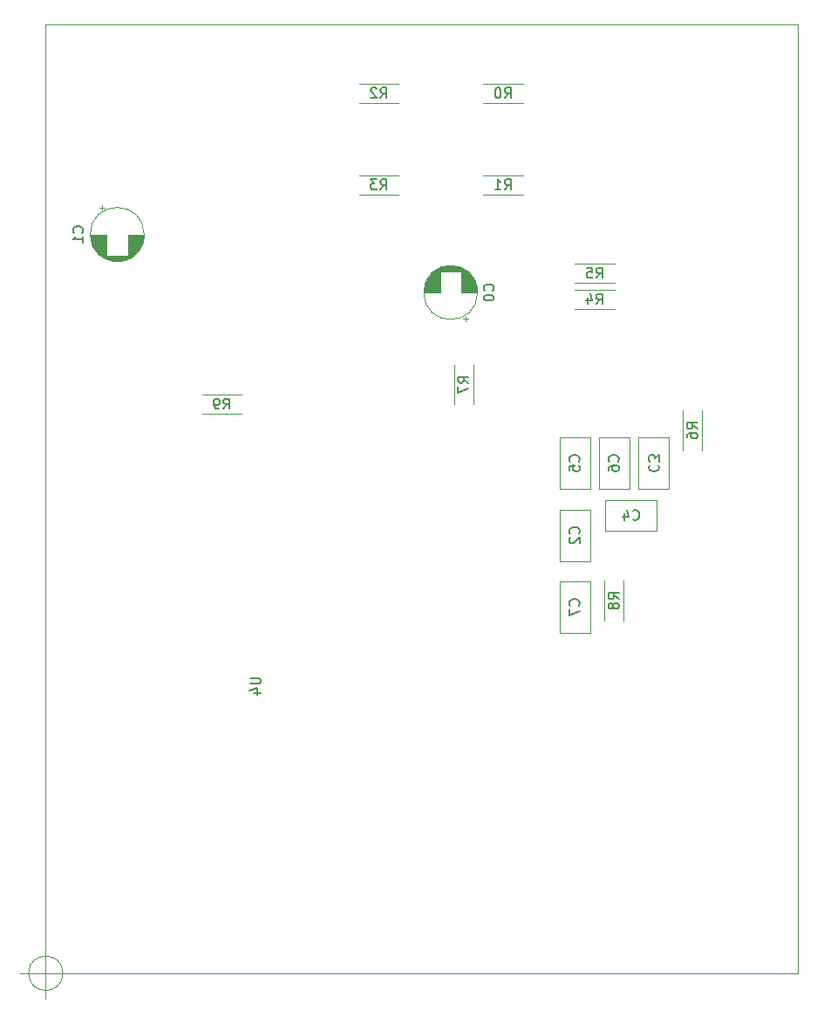
<source format=gbr>
%TF.GenerationSoftware,KiCad,Pcbnew,(6.0.4)*%
%TF.CreationDate,2023-07-19T00:07:21+07:00*%
%TF.ProjectId,05-Prototype-UpdatedComponents,30352d50-726f-4746-9f74-7970652d5570,rev?*%
%TF.SameCoordinates,PX66ff300PY8b3c880*%
%TF.FileFunction,Legend,Bot*%
%TF.FilePolarity,Positive*%
%FSLAX46Y46*%
G04 Gerber Fmt 4.6, Leading zero omitted, Abs format (unit mm)*
G04 Created by KiCad (PCBNEW (6.0.4)) date 2023-07-19 00:07:21*
%MOMM*%
%LPD*%
G01*
G04 APERTURE LIST*
%TA.AperFunction,Profile*%
%ADD10C,0.100000*%
%TD*%
%ADD11C,0.150000*%
%ADD12C,0.120000*%
G04 APERTURE END LIST*
D10*
X1666666Y0D02*
G75*
G03*
X1666666Y0I-1666666J0D01*
G01*
X-2500000Y0D02*
X2500000Y0D01*
X0Y2500000D02*
X0Y-2500000D01*
X0Y92000000D02*
X73000000Y92000000D01*
X73000000Y92000000D02*
X73000000Y0D01*
X73000000Y0D02*
X0Y0D01*
X0Y0D02*
X0Y92000000D01*
D11*
%TO.C,U4*%
X19857380Y28651905D02*
X20666904Y28651905D01*
X20762142Y28604286D01*
X20809761Y28556667D01*
X20857380Y28461429D01*
X20857380Y28270953D01*
X20809761Y28175715D01*
X20762142Y28128096D01*
X20666904Y28080477D01*
X19857380Y28080477D01*
X20190714Y27175715D02*
X20857380Y27175715D01*
X19809761Y27413810D02*
X20524047Y27651905D01*
X20524047Y27032858D01*
%TO.C,R9*%
X17261666Y54742620D02*
X17595000Y55218810D01*
X17833095Y54742620D02*
X17833095Y55742620D01*
X17452142Y55742620D01*
X17356904Y55695000D01*
X17309285Y55647381D01*
X17261666Y55552143D01*
X17261666Y55409286D01*
X17309285Y55314048D01*
X17356904Y55266429D01*
X17452142Y55218810D01*
X17833095Y55218810D01*
X16785476Y54742620D02*
X16595000Y54742620D01*
X16499761Y54790239D01*
X16452142Y54837858D01*
X16356904Y54980715D01*
X16309285Y55171191D01*
X16309285Y55552143D01*
X16356904Y55647381D01*
X16404523Y55695000D01*
X16499761Y55742620D01*
X16690238Y55742620D01*
X16785476Y55695000D01*
X16833095Y55647381D01*
X16880714Y55552143D01*
X16880714Y55314048D01*
X16833095Y55218810D01*
X16785476Y55171191D01*
X16690238Y55123572D01*
X16499761Y55123572D01*
X16404523Y55171191D01*
X16356904Y55218810D01*
X16309285Y55314048D01*
%TO.C,R8*%
X55647380Y36311667D02*
X55171190Y36645000D01*
X55647380Y36883096D02*
X54647380Y36883096D01*
X54647380Y36502143D01*
X54695000Y36406905D01*
X54742619Y36359286D01*
X54837857Y36311667D01*
X54980714Y36311667D01*
X55075952Y36359286D01*
X55123571Y36406905D01*
X55171190Y36502143D01*
X55171190Y36883096D01*
X55075952Y35740239D02*
X55028333Y35835477D01*
X54980714Y35883096D01*
X54885476Y35930715D01*
X54837857Y35930715D01*
X54742619Y35883096D01*
X54695000Y35835477D01*
X54647380Y35740239D01*
X54647380Y35549762D01*
X54695000Y35454524D01*
X54742619Y35406905D01*
X54837857Y35359286D01*
X54885476Y35359286D01*
X54980714Y35406905D01*
X55028333Y35454524D01*
X55075952Y35549762D01*
X55075952Y35740239D01*
X55123571Y35835477D01*
X55171190Y35883096D01*
X55266428Y35930715D01*
X55456904Y35930715D01*
X55552142Y35883096D01*
X55599761Y35835477D01*
X55647380Y35740239D01*
X55647380Y35549762D01*
X55599761Y35454524D01*
X55552142Y35406905D01*
X55456904Y35359286D01*
X55266428Y35359286D01*
X55171190Y35406905D01*
X55123571Y35454524D01*
X55075952Y35549762D01*
%TO.C,R7*%
X41042380Y57266667D02*
X40566190Y57600000D01*
X41042380Y57838096D02*
X40042380Y57838096D01*
X40042380Y57457143D01*
X40090000Y57361905D01*
X40137619Y57314286D01*
X40232857Y57266667D01*
X40375714Y57266667D01*
X40470952Y57314286D01*
X40518571Y57361905D01*
X40566190Y57457143D01*
X40566190Y57838096D01*
X40042380Y56933334D02*
X40042380Y56266667D01*
X41042380Y56695239D01*
%TO.C,R6*%
X63267380Y52821667D02*
X62791190Y53155000D01*
X63267380Y53393096D02*
X62267380Y53393096D01*
X62267380Y53012143D01*
X62315000Y52916905D01*
X62362619Y52869286D01*
X62457857Y52821667D01*
X62600714Y52821667D01*
X62695952Y52869286D01*
X62743571Y52916905D01*
X62791190Y53012143D01*
X62791190Y53393096D01*
X62267380Y51964524D02*
X62267380Y52155000D01*
X62315000Y52250239D01*
X62362619Y52297858D01*
X62505476Y52393096D01*
X62695952Y52440715D01*
X63076904Y52440715D01*
X63172142Y52393096D01*
X63219761Y52345477D01*
X63267380Y52250239D01*
X63267380Y52059762D01*
X63219761Y51964524D01*
X63172142Y51916905D01*
X63076904Y51869286D01*
X62838809Y51869286D01*
X62743571Y51916905D01*
X62695952Y51964524D01*
X62648333Y52059762D01*
X62648333Y52250239D01*
X62695952Y52345477D01*
X62743571Y52393096D01*
X62838809Y52440715D01*
%TO.C,R5*%
X53456666Y67442620D02*
X53790000Y67918810D01*
X54028095Y67442620D02*
X54028095Y68442620D01*
X53647142Y68442620D01*
X53551904Y68395000D01*
X53504285Y68347381D01*
X53456666Y68252143D01*
X53456666Y68109286D01*
X53504285Y68014048D01*
X53551904Y67966429D01*
X53647142Y67918810D01*
X54028095Y67918810D01*
X52551904Y68442620D02*
X53028095Y68442620D01*
X53075714Y67966429D01*
X53028095Y68014048D01*
X52932857Y68061667D01*
X52694761Y68061667D01*
X52599523Y68014048D01*
X52551904Y67966429D01*
X52504285Y67871191D01*
X52504285Y67633096D01*
X52551904Y67537858D01*
X52599523Y67490239D01*
X52694761Y67442620D01*
X52932857Y67442620D01*
X53028095Y67490239D01*
X53075714Y67537858D01*
%TO.C,R4*%
X53456666Y64902620D02*
X53790000Y65378810D01*
X54028095Y64902620D02*
X54028095Y65902620D01*
X53647142Y65902620D01*
X53551904Y65855000D01*
X53504285Y65807381D01*
X53456666Y65712143D01*
X53456666Y65569286D01*
X53504285Y65474048D01*
X53551904Y65426429D01*
X53647142Y65378810D01*
X54028095Y65378810D01*
X52599523Y65569286D02*
X52599523Y64902620D01*
X52837619Y65950239D02*
X53075714Y65235953D01*
X52456666Y65235953D01*
%TO.C,R3*%
X32501666Y76007620D02*
X32835000Y76483810D01*
X33073095Y76007620D02*
X33073095Y77007620D01*
X32692142Y77007620D01*
X32596904Y76960000D01*
X32549285Y76912381D01*
X32501666Y76817143D01*
X32501666Y76674286D01*
X32549285Y76579048D01*
X32596904Y76531429D01*
X32692142Y76483810D01*
X33073095Y76483810D01*
X32168333Y77007620D02*
X31549285Y77007620D01*
X31882619Y76626667D01*
X31739761Y76626667D01*
X31644523Y76579048D01*
X31596904Y76531429D01*
X31549285Y76436191D01*
X31549285Y76198096D01*
X31596904Y76102858D01*
X31644523Y76055239D01*
X31739761Y76007620D01*
X32025476Y76007620D01*
X32120714Y76055239D01*
X32168333Y76102858D01*
%TO.C,R2*%
X32501666Y84897620D02*
X32835000Y85373810D01*
X33073095Y84897620D02*
X33073095Y85897620D01*
X32692142Y85897620D01*
X32596904Y85850000D01*
X32549285Y85802381D01*
X32501666Y85707143D01*
X32501666Y85564286D01*
X32549285Y85469048D01*
X32596904Y85421429D01*
X32692142Y85373810D01*
X33073095Y85373810D01*
X32120714Y85802381D02*
X32073095Y85850000D01*
X31977857Y85897620D01*
X31739761Y85897620D01*
X31644523Y85850000D01*
X31596904Y85802381D01*
X31549285Y85707143D01*
X31549285Y85611905D01*
X31596904Y85469048D01*
X32168333Y84897620D01*
X31549285Y84897620D01*
%TO.C,R1*%
X44566666Y76007620D02*
X44900000Y76483810D01*
X45138095Y76007620D02*
X45138095Y77007620D01*
X44757142Y77007620D01*
X44661904Y76960000D01*
X44614285Y76912381D01*
X44566666Y76817143D01*
X44566666Y76674286D01*
X44614285Y76579048D01*
X44661904Y76531429D01*
X44757142Y76483810D01*
X45138095Y76483810D01*
X43614285Y76007620D02*
X44185714Y76007620D01*
X43900000Y76007620D02*
X43900000Y77007620D01*
X43995238Y76864762D01*
X44090476Y76769524D01*
X44185714Y76721905D01*
%TO.C,R0*%
X44566666Y84897620D02*
X44900000Y85373810D01*
X45138095Y84897620D02*
X45138095Y85897620D01*
X44757142Y85897620D01*
X44661904Y85850000D01*
X44614285Y85802381D01*
X44566666Y85707143D01*
X44566666Y85564286D01*
X44614285Y85469048D01*
X44661904Y85421429D01*
X44757142Y85373810D01*
X45138095Y85373810D01*
X43947619Y85897620D02*
X43852380Y85897620D01*
X43757142Y85850000D01*
X43709523Y85802381D01*
X43661904Y85707143D01*
X43614285Y85516667D01*
X43614285Y85278572D01*
X43661904Y85088096D01*
X43709523Y84992858D01*
X43757142Y84945239D01*
X43852380Y84897620D01*
X43947619Y84897620D01*
X44042857Y84945239D01*
X44090476Y84992858D01*
X44138095Y85088096D01*
X44185714Y85278572D01*
X44185714Y85516667D01*
X44138095Y85707143D01*
X44090476Y85802381D01*
X44042857Y85850000D01*
X43947619Y85897620D01*
%TO.C,C7*%
X51742142Y35676667D02*
X51789761Y35724286D01*
X51837380Y35867143D01*
X51837380Y35962381D01*
X51789761Y36105239D01*
X51694523Y36200477D01*
X51599285Y36248096D01*
X51408809Y36295715D01*
X51265952Y36295715D01*
X51075476Y36248096D01*
X50980238Y36200477D01*
X50885000Y36105239D01*
X50837380Y35962381D01*
X50837380Y35867143D01*
X50885000Y35724286D01*
X50932619Y35676667D01*
X50837380Y35343334D02*
X50837380Y34676667D01*
X51837380Y35105239D01*
%TO.C,C6*%
X55552142Y49646667D02*
X55599761Y49694286D01*
X55647380Y49837143D01*
X55647380Y49932381D01*
X55599761Y50075239D01*
X55504523Y50170477D01*
X55409285Y50218096D01*
X55218809Y50265715D01*
X55075952Y50265715D01*
X54885476Y50218096D01*
X54790238Y50170477D01*
X54695000Y50075239D01*
X54647380Y49932381D01*
X54647380Y49837143D01*
X54695000Y49694286D01*
X54742619Y49646667D01*
X54647380Y48789524D02*
X54647380Y48980000D01*
X54695000Y49075239D01*
X54742619Y49122858D01*
X54885476Y49218096D01*
X55075952Y49265715D01*
X55456904Y49265715D01*
X55552142Y49218096D01*
X55599761Y49170477D01*
X55647380Y49075239D01*
X55647380Y48884762D01*
X55599761Y48789524D01*
X55552142Y48741905D01*
X55456904Y48694286D01*
X55218809Y48694286D01*
X55123571Y48741905D01*
X55075952Y48789524D01*
X55028333Y48884762D01*
X55028333Y49075239D01*
X55075952Y49170477D01*
X55123571Y49218096D01*
X55218809Y49265715D01*
%TO.C,C5*%
X51742142Y49646667D02*
X51789761Y49694286D01*
X51837380Y49837143D01*
X51837380Y49932381D01*
X51789761Y50075239D01*
X51694523Y50170477D01*
X51599285Y50218096D01*
X51408809Y50265715D01*
X51265952Y50265715D01*
X51075476Y50218096D01*
X50980238Y50170477D01*
X50885000Y50075239D01*
X50837380Y49932381D01*
X50837380Y49837143D01*
X50885000Y49694286D01*
X50932619Y49646667D01*
X50837380Y48741905D02*
X50837380Y49218096D01*
X51313571Y49265715D01*
X51265952Y49218096D01*
X51218333Y49122858D01*
X51218333Y48884762D01*
X51265952Y48789524D01*
X51313571Y48741905D01*
X51408809Y48694286D01*
X51646904Y48694286D01*
X51742142Y48741905D01*
X51789761Y48789524D01*
X51837380Y48884762D01*
X51837380Y49122858D01*
X51789761Y49218096D01*
X51742142Y49265715D01*
%TO.C,C4*%
X57012666Y44042858D02*
X57060285Y43995239D01*
X57203142Y43947620D01*
X57298380Y43947620D01*
X57441238Y43995239D01*
X57536476Y44090477D01*
X57584095Y44185715D01*
X57631714Y44376191D01*
X57631714Y44519048D01*
X57584095Y44709524D01*
X57536476Y44804762D01*
X57441238Y44900000D01*
X57298380Y44947620D01*
X57203142Y44947620D01*
X57060285Y44900000D01*
X57012666Y44852381D01*
X56155523Y44614286D02*
X56155523Y43947620D01*
X56393619Y44995239D02*
X56631714Y44280953D01*
X56012666Y44280953D01*
%TO.C,C3*%
X58647857Y49313334D02*
X58600238Y49265715D01*
X58552619Y49122858D01*
X58552619Y49027620D01*
X58600238Y48884762D01*
X58695476Y48789524D01*
X58790714Y48741905D01*
X58981190Y48694286D01*
X59124047Y48694286D01*
X59314523Y48741905D01*
X59409761Y48789524D01*
X59505000Y48884762D01*
X59552619Y49027620D01*
X59552619Y49122858D01*
X59505000Y49265715D01*
X59457380Y49313334D01*
X59552619Y49646667D02*
X59552619Y50265715D01*
X59171666Y49932381D01*
X59171666Y50075239D01*
X59124047Y50170477D01*
X59076428Y50218096D01*
X58981190Y50265715D01*
X58743095Y50265715D01*
X58647857Y50218096D01*
X58600238Y50170477D01*
X58552619Y50075239D01*
X58552619Y49789524D01*
X58600238Y49694286D01*
X58647857Y49646667D01*
%TO.C,C2*%
X51742142Y42661667D02*
X51789761Y42709286D01*
X51837380Y42852143D01*
X51837380Y42947381D01*
X51789761Y43090239D01*
X51694523Y43185477D01*
X51599285Y43233096D01*
X51408809Y43280715D01*
X51265952Y43280715D01*
X51075476Y43233096D01*
X50980238Y43185477D01*
X50885000Y43090239D01*
X50837380Y42947381D01*
X50837380Y42852143D01*
X50885000Y42709286D01*
X50932619Y42661667D01*
X50932619Y42280715D02*
X50885000Y42233096D01*
X50837380Y42137858D01*
X50837380Y41899762D01*
X50885000Y41804524D01*
X50932619Y41756905D01*
X51027857Y41709286D01*
X51123095Y41709286D01*
X51265952Y41756905D01*
X51837380Y42328334D01*
X51837380Y41709286D01*
%TO.C,C1*%
X3542142Y71826779D02*
X3589761Y71874398D01*
X3637380Y72017255D01*
X3637380Y72112493D01*
X3589761Y72255351D01*
X3494523Y72350589D01*
X3399285Y72398208D01*
X3208809Y72445827D01*
X3065952Y72445827D01*
X2875476Y72398208D01*
X2780238Y72350589D01*
X2685000Y72255351D01*
X2637380Y72112493D01*
X2637380Y72017255D01*
X2685000Y71874398D01*
X2732619Y71826779D01*
X3637380Y70874398D02*
X3637380Y71445827D01*
X3637380Y71160112D02*
X2637380Y71160112D01*
X2780238Y71255351D01*
X2875476Y71350589D01*
X2923095Y71445827D01*
%TO.C,C0*%
X43427142Y66201554D02*
X43474761Y66249173D01*
X43522380Y66392030D01*
X43522380Y66487268D01*
X43474761Y66630126D01*
X43379523Y66725364D01*
X43284285Y66772983D01*
X43093809Y66820602D01*
X42950952Y66820602D01*
X42760476Y66772983D01*
X42665238Y66725364D01*
X42570000Y66630126D01*
X42522380Y66487268D01*
X42522380Y66392030D01*
X42570000Y66249173D01*
X42617619Y66201554D01*
X42522380Y65582507D02*
X42522380Y65487268D01*
X42570000Y65392030D01*
X42617619Y65344411D01*
X42712857Y65296792D01*
X42903333Y65249173D01*
X43141428Y65249173D01*
X43331904Y65296792D01*
X43427142Y65344411D01*
X43474761Y65392030D01*
X43522380Y65487268D01*
X43522380Y65582507D01*
X43474761Y65677745D01*
X43427142Y65725364D01*
X43331904Y65772983D01*
X43141428Y65820602D01*
X42903333Y65820602D01*
X42712857Y65772983D01*
X42617619Y65725364D01*
X42570000Y65677745D01*
X42522380Y65582507D01*
D12*
%TO.C,R9*%
X19015000Y56115000D02*
X15175000Y56115000D01*
X19015000Y54275000D02*
X15175000Y54275000D01*
%TO.C,R8*%
X54275000Y34225000D02*
X54275000Y38065000D01*
X56115000Y34225000D02*
X56115000Y38065000D01*
%TO.C,R7*%
X41510000Y59020000D02*
X41510000Y55180000D01*
X39670000Y59020000D02*
X39670000Y55180000D01*
%TO.C,R6*%
X63735000Y54575000D02*
X63735000Y50735000D01*
X61895000Y54575000D02*
X61895000Y50735000D01*
%TO.C,R5*%
X51370000Y68815000D02*
X55210000Y68815000D01*
X51370000Y66975000D02*
X55210000Y66975000D01*
%TO.C,R4*%
X51370000Y66275000D02*
X55210000Y66275000D01*
X51370000Y64435000D02*
X55210000Y64435000D01*
%TO.C,R3*%
X30415000Y75540000D02*
X34255000Y75540000D01*
X30415000Y77380000D02*
X34255000Y77380000D01*
%TO.C,R2*%
X34255000Y84430000D02*
X30415000Y84430000D01*
X34255000Y86270000D02*
X30415000Y86270000D01*
%TO.C,R1*%
X42480000Y75540000D02*
X46320000Y75540000D01*
X42480000Y77380000D02*
X46320000Y77380000D01*
%TO.C,R0*%
X46320000Y86270000D02*
X42480000Y86270000D01*
X46320000Y84430000D02*
X42480000Y84430000D01*
%TO.C,C7*%
X49885000Y38010000D02*
X52885000Y38010000D01*
X52885000Y38010000D02*
X52885000Y33010000D01*
X52885000Y33010000D02*
X49885000Y33010000D01*
X49885000Y33010000D02*
X49885000Y38010000D01*
%TO.C,C6*%
X53695000Y51980000D02*
X56695000Y51980000D01*
X56695000Y51980000D02*
X56695000Y46980000D01*
X56695000Y46980000D02*
X53695000Y46980000D01*
X53695000Y46980000D02*
X53695000Y51980000D01*
%TO.C,C5*%
X49885000Y51980000D02*
X52885000Y51980000D01*
X52885000Y51980000D02*
X52885000Y46980000D01*
X52885000Y46980000D02*
X49885000Y46980000D01*
X49885000Y46980000D02*
X49885000Y51980000D01*
%TO.C,C4*%
X59346000Y45900000D02*
X54346000Y45900000D01*
X54346000Y45900000D02*
X54346000Y42900000D01*
X54346000Y42900000D02*
X59346000Y42900000D01*
X59346000Y42900000D02*
X59346000Y45900000D01*
%TO.C,C3*%
X60505000Y46980000D02*
X57505000Y46980000D01*
X57505000Y46980000D02*
X57505000Y51980000D01*
X57505000Y51980000D02*
X60505000Y51980000D01*
X60505000Y51980000D02*
X60505000Y46980000D01*
%TO.C,C2*%
X49885000Y44995000D02*
X52885000Y44995000D01*
X52885000Y44995000D02*
X52885000Y39995000D01*
X52885000Y39995000D02*
X49885000Y39995000D01*
X49885000Y39995000D02*
X49885000Y44995000D01*
%TO.C,C1*%
X7975000Y69659112D02*
X8588000Y69659112D01*
X7975000Y70339112D02*
X9159000Y70339112D01*
X7975000Y71460112D02*
X9508000Y71460112D01*
X4667000Y70419112D02*
X5895000Y70419112D01*
X4606000Y70539112D02*
X5895000Y70539112D01*
X4625000Y70499112D02*
X5895000Y70499112D01*
X4964000Y69979112D02*
X5895000Y69979112D01*
X7975000Y69699112D02*
X8634000Y69699112D01*
X7975000Y70019112D02*
X8939000Y70019112D01*
X4359000Y71500112D02*
X5895000Y71500112D01*
X4870000Y70099112D02*
X5895000Y70099112D01*
X7975000Y71620112D02*
X9515000Y71620112D01*
X7975000Y70939112D02*
X9415000Y70939112D01*
X4507000Y70779112D02*
X5895000Y70779112D01*
X4521000Y70739112D02*
X5895000Y70739112D01*
X5034000Y69899112D02*
X5895000Y69899112D01*
X4424000Y71060112D02*
X5895000Y71060112D01*
X7975000Y71420112D02*
X9504000Y71420112D01*
X7975000Y70819112D02*
X9377000Y70819112D01*
X7975000Y71100112D02*
X9455000Y71100112D01*
X7975000Y70379112D02*
X9182000Y70379112D01*
X7975000Y70259112D02*
X9110000Y70259112D01*
X7975000Y71540112D02*
X9513000Y71540112D01*
X4407000Y71140112D02*
X5895000Y71140112D01*
X4786000Y70219112D02*
X5895000Y70219112D01*
X5109000Y69819112D02*
X5895000Y69819112D01*
X5282000Y69659112D02*
X5895000Y69659112D01*
X7975000Y70619112D02*
X9300000Y70619112D01*
X4355000Y71660112D02*
X5895000Y71660112D01*
X4374000Y71340112D02*
X5895000Y71340112D01*
X4570000Y70619112D02*
X5895000Y70619112D01*
X4399000Y71180112D02*
X5895000Y71180112D01*
X6130000Y69179112D02*
X7740000Y69179112D01*
X5684000Y69379112D02*
X8186000Y69379112D01*
X5435000Y69539112D02*
X8435000Y69539112D01*
X7975000Y71300112D02*
X9491000Y71300112D01*
X7975000Y70579112D02*
X9283000Y70579112D01*
X6258000Y69139112D02*
X7612000Y69139112D01*
X7975000Y70099112D02*
X9000000Y70099112D01*
X7975000Y70139112D02*
X9030000Y70139112D01*
X4467000Y70899112D02*
X5895000Y70899112D01*
X7975000Y70659112D02*
X9317000Y70659112D01*
X7975000Y70779112D02*
X9363000Y70779112D01*
X4587000Y70579112D02*
X5895000Y70579112D01*
X7975000Y70419112D02*
X9203000Y70419112D01*
X5150000Y69779112D02*
X5895000Y69779112D01*
X4840000Y70139112D02*
X5895000Y70139112D01*
X7975000Y71340112D02*
X9496000Y71340112D01*
X7975000Y70739112D02*
X9349000Y70739112D01*
X7975000Y70699112D02*
X9333000Y70699112D01*
X7975000Y71500112D02*
X9511000Y71500112D01*
X4553000Y70659112D02*
X5895000Y70659112D01*
X4444000Y70980112D02*
X5895000Y70980112D01*
X5924000Y69259112D02*
X7946000Y69259112D01*
X5381000Y69579112D02*
X8489000Y69579112D01*
X6020000Y69219112D02*
X7850000Y69219112D01*
X5460000Y74464887D02*
X5460000Y73964887D01*
X7975000Y71660112D02*
X9515000Y71660112D01*
X4480000Y70859112D02*
X5895000Y70859112D01*
X4813000Y70179112D02*
X5895000Y70179112D01*
X7975000Y70459112D02*
X9225000Y70459112D01*
X4735000Y70299112D02*
X5895000Y70299112D01*
X5071000Y69859112D02*
X5895000Y69859112D01*
X7975000Y69739112D02*
X8678000Y69739112D01*
X5837000Y69299112D02*
X8033000Y69299112D01*
X4357000Y71540112D02*
X5895000Y71540112D01*
X4370000Y71380112D02*
X5895000Y71380112D01*
X4356000Y71580112D02*
X5895000Y71580112D01*
X4362000Y71460112D02*
X5895000Y71460112D01*
X7975000Y69859112D02*
X8799000Y69859112D01*
X7975000Y70539112D02*
X9264000Y70539112D01*
X6417000Y69099112D02*
X7453000Y69099112D01*
X6651000Y69059112D02*
X7219000Y69059112D01*
X7975000Y71060112D02*
X9446000Y71060112D01*
X7975000Y69939112D02*
X8872000Y69939112D01*
X7975000Y70499112D02*
X9245000Y70499112D01*
X7975000Y71260112D02*
X9485000Y71260112D01*
X5616000Y69419112D02*
X8254000Y69419112D01*
X5552000Y69459112D02*
X8318000Y69459112D01*
X4537000Y70699112D02*
X5895000Y70699112D01*
X4688000Y70379112D02*
X5895000Y70379112D01*
X5757000Y69339112D02*
X8113000Y69339112D01*
X7975000Y70299112D02*
X9135000Y70299112D01*
X5192000Y69739112D02*
X5895000Y69739112D01*
X4900000Y70059112D02*
X5895000Y70059112D01*
X5330000Y69619112D02*
X8540000Y69619112D01*
X7975000Y70179112D02*
X9057000Y70179112D01*
X7975000Y70899112D02*
X9403000Y70899112D01*
X7975000Y71140112D02*
X9463000Y71140112D01*
X4493000Y70819112D02*
X5895000Y70819112D01*
X4379000Y71300112D02*
X5895000Y71300112D01*
X7975000Y71220112D02*
X9478000Y71220112D01*
X5492000Y69499112D02*
X8378000Y69499112D01*
X7975000Y69819112D02*
X8761000Y69819112D01*
X7975000Y70859112D02*
X9390000Y70859112D01*
X7975000Y71380112D02*
X9500000Y71380112D01*
X7975000Y71580112D02*
X9514000Y71580112D01*
X7975000Y70980112D02*
X9426000Y70980112D01*
X7975000Y69779112D02*
X8720000Y69779112D01*
X4455000Y70939112D02*
X5895000Y70939112D01*
X4931000Y70019112D02*
X5895000Y70019112D01*
X7975000Y70219112D02*
X9084000Y70219112D01*
X4760000Y70259112D02*
X5895000Y70259112D01*
X4645000Y70459112D02*
X5895000Y70459112D01*
X4366000Y71420112D02*
X5895000Y71420112D01*
X4998000Y69939112D02*
X5895000Y69939112D01*
X4392000Y71220112D02*
X5895000Y71220112D01*
X7975000Y71020112D02*
X9436000Y71020112D01*
X4711000Y70339112D02*
X5895000Y70339112D01*
X5210000Y74214887D02*
X5710000Y74214887D01*
X4385000Y71260112D02*
X5895000Y71260112D01*
X7975000Y69979112D02*
X8906000Y69979112D01*
X7975000Y71180112D02*
X9471000Y71180112D01*
X4415000Y71100112D02*
X5895000Y71100112D01*
X7975000Y70059112D02*
X8970000Y70059112D01*
X7975000Y69899112D02*
X8836000Y69899112D01*
X4355000Y71620112D02*
X5895000Y71620112D01*
X4434000Y71020112D02*
X5895000Y71020112D01*
X5236000Y69699112D02*
X5895000Y69699112D01*
X9555000Y71660112D02*
G75*
G03*
X9555000Y71660112I-2620000J0D01*
G01*
%TO.C,C0*%
X41940000Y66034887D02*
G75*
G03*
X41940000Y66034887I-2620000J0D01*
G01*
X41019000Y67995887D02*
X40360000Y67995887D01*
X41821000Y66674887D02*
X40360000Y66674887D01*
X41900000Y66074887D02*
X40360000Y66074887D01*
X38280000Y67795887D02*
X37419000Y67795887D01*
X38280000Y67635887D02*
X37285000Y67635887D01*
X41840000Y66594887D02*
X40360000Y66594887D01*
X38280000Y66514887D02*
X36784000Y66514887D01*
X38280000Y67715887D02*
X37349000Y67715887D01*
X41870000Y66434887D02*
X40360000Y66434887D01*
X41045000Y63480112D02*
X40545000Y63480112D01*
X41544000Y67355887D02*
X40360000Y67355887D01*
X38280000Y66674887D02*
X36819000Y66674887D01*
X41863000Y66474887D02*
X40360000Y66474887D01*
X41257000Y67755887D02*
X40360000Y67755887D01*
X41889000Y66274887D02*
X40360000Y66274887D01*
X41610000Y67235887D02*
X40360000Y67235887D01*
X41495000Y67435887D02*
X40360000Y67435887D01*
X38280000Y67475887D02*
X37171000Y67475887D01*
X41324000Y67675887D02*
X40360000Y67675887D01*
X41800000Y66755887D02*
X40360000Y66755887D01*
X38280000Y67915887D02*
X37535000Y67915887D01*
X38280000Y66714887D02*
X36829000Y66714887D01*
X38280000Y66114887D02*
X36741000Y66114887D01*
X38280000Y66314887D02*
X36755000Y66314887D01*
X38280000Y66835887D02*
X36865000Y66835887D01*
X38280000Y67875887D02*
X37494000Y67875887D01*
X40763000Y68195887D02*
X37877000Y68195887D01*
X38280000Y66474887D02*
X36777000Y66474887D01*
X41876000Y66394887D02*
X40360000Y66394887D01*
X41762000Y66875887D02*
X40360000Y66875887D01*
X38280000Y66554887D02*
X36792000Y66554887D01*
X38280000Y66795887D02*
X36852000Y66795887D01*
X38280000Y67515887D02*
X37198000Y67515887D01*
X40925000Y68075887D02*
X37715000Y68075887D01*
X41355000Y67635887D02*
X40360000Y67635887D01*
X41063000Y67955887D02*
X40360000Y67955887D01*
X38280000Y67395887D02*
X37120000Y67395887D01*
X40498000Y68355887D02*
X38142000Y68355887D01*
X41567000Y67315887D02*
X40360000Y67315887D01*
X41718000Y66995887D02*
X40360000Y66995887D01*
X40703000Y68235887D02*
X37937000Y68235887D01*
X40639000Y68275887D02*
X38001000Y68275887D01*
X38280000Y66434887D02*
X36770000Y66434887D01*
X38280000Y67195887D02*
X37010000Y67195887D01*
X38280000Y67755887D02*
X37383000Y67755887D01*
X38280000Y66634887D02*
X36809000Y66634887D01*
X39604000Y68635887D02*
X39036000Y68635887D01*
X39838000Y68595887D02*
X38802000Y68595887D01*
X38280000Y67155887D02*
X36991000Y67155887D01*
X38280000Y67835887D02*
X37456000Y67835887D01*
X41893000Y66234887D02*
X40360000Y66234887D01*
X41899000Y66114887D02*
X40360000Y66114887D01*
X41885000Y66314887D02*
X40360000Y66314887D01*
X41898000Y66154887D02*
X40360000Y66154887D01*
X40418000Y68395887D02*
X38222000Y68395887D01*
X38280000Y67955887D02*
X37577000Y67955887D01*
X41184000Y67835887D02*
X40360000Y67835887D01*
X41520000Y67395887D02*
X40360000Y67395887D01*
X38280000Y67235887D02*
X37030000Y67235887D01*
X41442000Y67515887D02*
X40360000Y67515887D01*
X41775000Y66835887D02*
X40360000Y66835887D01*
X38280000Y66034887D02*
X36740000Y66034887D01*
X40795000Y63230112D02*
X40795000Y63730112D01*
X40235000Y68475887D02*
X38405000Y68475887D01*
X40874000Y68115887D02*
X37766000Y68115887D01*
X40331000Y68435887D02*
X38309000Y68435887D01*
X41811000Y66714887D02*
X40360000Y66714887D01*
X41702000Y67035887D02*
X40360000Y67035887D01*
X38280000Y66194887D02*
X36744000Y66194887D01*
X38280000Y66995887D02*
X36922000Y66995887D01*
X38280000Y66955887D02*
X36906000Y66955887D01*
X38280000Y66354887D02*
X36759000Y66354887D01*
X41415000Y67555887D02*
X40360000Y67555887D01*
X41105000Y67915887D02*
X40360000Y67915887D01*
X38280000Y67275887D02*
X37052000Y67275887D01*
X41668000Y67115887D02*
X40360000Y67115887D01*
X38280000Y66915887D02*
X36892000Y66915887D01*
X38280000Y67035887D02*
X36938000Y67035887D01*
X41788000Y66795887D02*
X40360000Y66795887D01*
X38280000Y67555887D02*
X37225000Y67555887D01*
X38280000Y67595887D02*
X37255000Y67595887D01*
X39997000Y68555887D02*
X38643000Y68555887D01*
X38280000Y67115887D02*
X36972000Y67115887D01*
X38280000Y66394887D02*
X36764000Y66394887D01*
X40820000Y68155887D02*
X37820000Y68155887D01*
X40571000Y68315887D02*
X38069000Y68315887D01*
X40125000Y68515887D02*
X38515000Y68515887D01*
X41856000Y66514887D02*
X40360000Y66514887D01*
X41685000Y67075887D02*
X40360000Y67075887D01*
X41881000Y66354887D02*
X40360000Y66354887D01*
X41900000Y66034887D02*
X40360000Y66034887D01*
X38280000Y67075887D02*
X36955000Y67075887D01*
X40973000Y68035887D02*
X40360000Y68035887D01*
X41146000Y67875887D02*
X40360000Y67875887D01*
X41469000Y67475887D02*
X40360000Y67475887D01*
X41848000Y66554887D02*
X40360000Y66554887D01*
X38280000Y66154887D02*
X36742000Y66154887D01*
X38280000Y67435887D02*
X37145000Y67435887D01*
X38280000Y67315887D02*
X37073000Y67315887D01*
X38280000Y66594887D02*
X36800000Y66594887D01*
X38280000Y66875887D02*
X36878000Y66875887D01*
X38280000Y66274887D02*
X36751000Y66274887D01*
X41831000Y66634887D02*
X40360000Y66634887D01*
X41221000Y67795887D02*
X40360000Y67795887D01*
X41734000Y66955887D02*
X40360000Y66955887D01*
X41748000Y66915887D02*
X40360000Y66915887D01*
X38280000Y66755887D02*
X36840000Y66755887D01*
X38280000Y66074887D02*
X36740000Y66074887D01*
X41385000Y67595887D02*
X40360000Y67595887D01*
X41896000Y66194887D02*
X40360000Y66194887D01*
X38280000Y67675887D02*
X37316000Y67675887D01*
X38280000Y67995887D02*
X37621000Y67995887D01*
X41291000Y67715887D02*
X40360000Y67715887D01*
X41630000Y67195887D02*
X40360000Y67195887D01*
X41649000Y67155887D02*
X40360000Y67155887D01*
X41588000Y67275887D02*
X40360000Y67275887D01*
X38280000Y66234887D02*
X36747000Y66234887D01*
X38280000Y67355887D02*
X37096000Y67355887D01*
X38280000Y68035887D02*
X37667000Y68035887D01*
%TD*%
M02*

</source>
